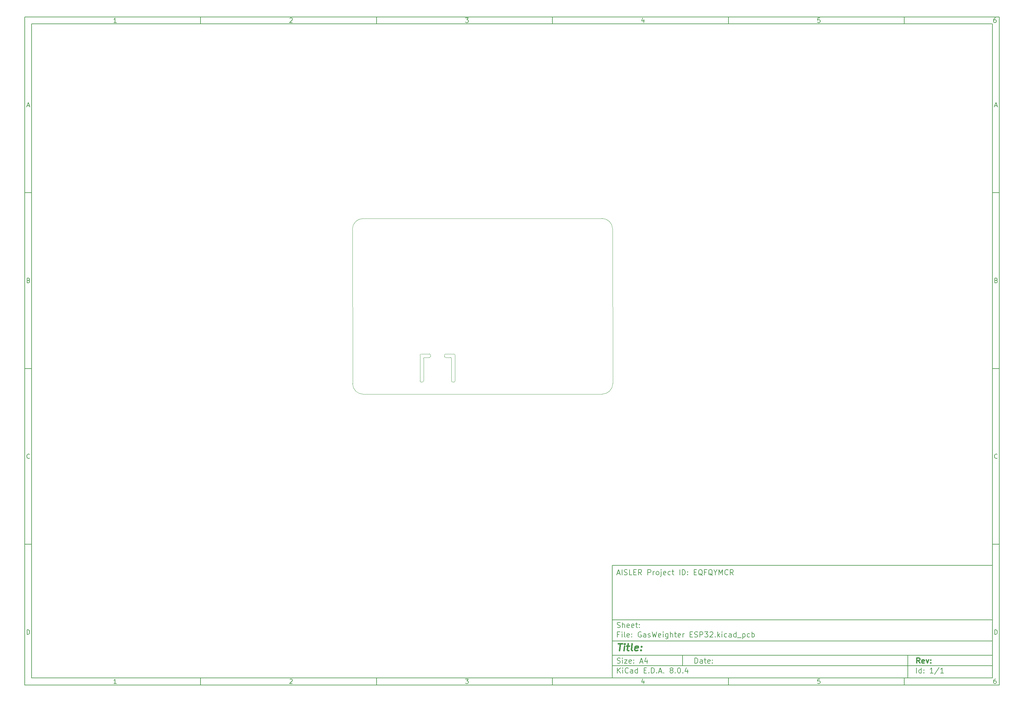
<source format=gbr>
%TF.GenerationSoftware,KiCad,Pcbnew,8.0.4*%
%TF.CreationDate,2024-08-29T22:36:47+02:00*%
%TF.ProjectId,GasWeighter ESP32,47617357-6569-4676-9874-657220455350,rev?*%
%TF.SameCoordinates,Original*%
%TF.FileFunction,Profile,NP*%
%FSLAX46Y46*%
G04 Gerber Fmt 4.6, Leading zero omitted, Abs format (unit mm)*
G04 Created by KiCad (PCBNEW 8.0.4) date 2024-08-29 22:36:47*
%MOMM*%
%LPD*%
G01*
G04 APERTURE LIST*
%ADD10C,0.100000*%
%ADD11C,0.150000*%
%ADD12C,0.300000*%
%ADD13C,0.400000*%
%TA.AperFunction,Profile*%
%ADD14C,0.100000*%
%TD*%
G04 APERTURE END LIST*
D10*
D11*
X177002200Y-166007200D02*
X285002200Y-166007200D01*
X285002200Y-198007200D01*
X177002200Y-198007200D01*
X177002200Y-166007200D01*
D10*
D11*
X10000000Y-10000000D02*
X287002200Y-10000000D01*
X287002200Y-200007200D01*
X10000000Y-200007200D01*
X10000000Y-10000000D01*
D10*
D11*
X12000000Y-12000000D02*
X285002200Y-12000000D01*
X285002200Y-198007200D01*
X12000000Y-198007200D01*
X12000000Y-12000000D01*
D10*
D11*
X60000000Y-12000000D02*
X60000000Y-10000000D01*
D10*
D11*
X110000000Y-12000000D02*
X110000000Y-10000000D01*
D10*
D11*
X160000000Y-12000000D02*
X160000000Y-10000000D01*
D10*
D11*
X210000000Y-12000000D02*
X210000000Y-10000000D01*
D10*
D11*
X260000000Y-12000000D02*
X260000000Y-10000000D01*
D10*
D11*
X36089160Y-11593604D02*
X35346303Y-11593604D01*
X35717731Y-11593604D02*
X35717731Y-10293604D01*
X35717731Y-10293604D02*
X35593922Y-10479319D01*
X35593922Y-10479319D02*
X35470112Y-10603128D01*
X35470112Y-10603128D02*
X35346303Y-10665033D01*
D10*
D11*
X85346303Y-10417414D02*
X85408207Y-10355509D01*
X85408207Y-10355509D02*
X85532017Y-10293604D01*
X85532017Y-10293604D02*
X85841541Y-10293604D01*
X85841541Y-10293604D02*
X85965350Y-10355509D01*
X85965350Y-10355509D02*
X86027255Y-10417414D01*
X86027255Y-10417414D02*
X86089160Y-10541223D01*
X86089160Y-10541223D02*
X86089160Y-10665033D01*
X86089160Y-10665033D02*
X86027255Y-10850747D01*
X86027255Y-10850747D02*
X85284398Y-11593604D01*
X85284398Y-11593604D02*
X86089160Y-11593604D01*
D10*
D11*
X135284398Y-10293604D02*
X136089160Y-10293604D01*
X136089160Y-10293604D02*
X135655826Y-10788842D01*
X135655826Y-10788842D02*
X135841541Y-10788842D01*
X135841541Y-10788842D02*
X135965350Y-10850747D01*
X135965350Y-10850747D02*
X136027255Y-10912652D01*
X136027255Y-10912652D02*
X136089160Y-11036461D01*
X136089160Y-11036461D02*
X136089160Y-11345985D01*
X136089160Y-11345985D02*
X136027255Y-11469795D01*
X136027255Y-11469795D02*
X135965350Y-11531700D01*
X135965350Y-11531700D02*
X135841541Y-11593604D01*
X135841541Y-11593604D02*
X135470112Y-11593604D01*
X135470112Y-11593604D02*
X135346303Y-11531700D01*
X135346303Y-11531700D02*
X135284398Y-11469795D01*
D10*
D11*
X185965350Y-10726938D02*
X185965350Y-11593604D01*
X185655826Y-10231700D02*
X185346303Y-11160271D01*
X185346303Y-11160271D02*
X186151064Y-11160271D01*
D10*
D11*
X236027255Y-10293604D02*
X235408207Y-10293604D01*
X235408207Y-10293604D02*
X235346303Y-10912652D01*
X235346303Y-10912652D02*
X235408207Y-10850747D01*
X235408207Y-10850747D02*
X235532017Y-10788842D01*
X235532017Y-10788842D02*
X235841541Y-10788842D01*
X235841541Y-10788842D02*
X235965350Y-10850747D01*
X235965350Y-10850747D02*
X236027255Y-10912652D01*
X236027255Y-10912652D02*
X236089160Y-11036461D01*
X236089160Y-11036461D02*
X236089160Y-11345985D01*
X236089160Y-11345985D02*
X236027255Y-11469795D01*
X236027255Y-11469795D02*
X235965350Y-11531700D01*
X235965350Y-11531700D02*
X235841541Y-11593604D01*
X235841541Y-11593604D02*
X235532017Y-11593604D01*
X235532017Y-11593604D02*
X235408207Y-11531700D01*
X235408207Y-11531700D02*
X235346303Y-11469795D01*
D10*
D11*
X285965350Y-10293604D02*
X285717731Y-10293604D01*
X285717731Y-10293604D02*
X285593922Y-10355509D01*
X285593922Y-10355509D02*
X285532017Y-10417414D01*
X285532017Y-10417414D02*
X285408207Y-10603128D01*
X285408207Y-10603128D02*
X285346303Y-10850747D01*
X285346303Y-10850747D02*
X285346303Y-11345985D01*
X285346303Y-11345985D02*
X285408207Y-11469795D01*
X285408207Y-11469795D02*
X285470112Y-11531700D01*
X285470112Y-11531700D02*
X285593922Y-11593604D01*
X285593922Y-11593604D02*
X285841541Y-11593604D01*
X285841541Y-11593604D02*
X285965350Y-11531700D01*
X285965350Y-11531700D02*
X286027255Y-11469795D01*
X286027255Y-11469795D02*
X286089160Y-11345985D01*
X286089160Y-11345985D02*
X286089160Y-11036461D01*
X286089160Y-11036461D02*
X286027255Y-10912652D01*
X286027255Y-10912652D02*
X285965350Y-10850747D01*
X285965350Y-10850747D02*
X285841541Y-10788842D01*
X285841541Y-10788842D02*
X285593922Y-10788842D01*
X285593922Y-10788842D02*
X285470112Y-10850747D01*
X285470112Y-10850747D02*
X285408207Y-10912652D01*
X285408207Y-10912652D02*
X285346303Y-11036461D01*
D10*
D11*
X60000000Y-198007200D02*
X60000000Y-200007200D01*
D10*
D11*
X110000000Y-198007200D02*
X110000000Y-200007200D01*
D10*
D11*
X160000000Y-198007200D02*
X160000000Y-200007200D01*
D10*
D11*
X210000000Y-198007200D02*
X210000000Y-200007200D01*
D10*
D11*
X260000000Y-198007200D02*
X260000000Y-200007200D01*
D10*
D11*
X36089160Y-199600804D02*
X35346303Y-199600804D01*
X35717731Y-199600804D02*
X35717731Y-198300804D01*
X35717731Y-198300804D02*
X35593922Y-198486519D01*
X35593922Y-198486519D02*
X35470112Y-198610328D01*
X35470112Y-198610328D02*
X35346303Y-198672233D01*
D10*
D11*
X85346303Y-198424614D02*
X85408207Y-198362709D01*
X85408207Y-198362709D02*
X85532017Y-198300804D01*
X85532017Y-198300804D02*
X85841541Y-198300804D01*
X85841541Y-198300804D02*
X85965350Y-198362709D01*
X85965350Y-198362709D02*
X86027255Y-198424614D01*
X86027255Y-198424614D02*
X86089160Y-198548423D01*
X86089160Y-198548423D02*
X86089160Y-198672233D01*
X86089160Y-198672233D02*
X86027255Y-198857947D01*
X86027255Y-198857947D02*
X85284398Y-199600804D01*
X85284398Y-199600804D02*
X86089160Y-199600804D01*
D10*
D11*
X135284398Y-198300804D02*
X136089160Y-198300804D01*
X136089160Y-198300804D02*
X135655826Y-198796042D01*
X135655826Y-198796042D02*
X135841541Y-198796042D01*
X135841541Y-198796042D02*
X135965350Y-198857947D01*
X135965350Y-198857947D02*
X136027255Y-198919852D01*
X136027255Y-198919852D02*
X136089160Y-199043661D01*
X136089160Y-199043661D02*
X136089160Y-199353185D01*
X136089160Y-199353185D02*
X136027255Y-199476995D01*
X136027255Y-199476995D02*
X135965350Y-199538900D01*
X135965350Y-199538900D02*
X135841541Y-199600804D01*
X135841541Y-199600804D02*
X135470112Y-199600804D01*
X135470112Y-199600804D02*
X135346303Y-199538900D01*
X135346303Y-199538900D02*
X135284398Y-199476995D01*
D10*
D11*
X185965350Y-198734138D02*
X185965350Y-199600804D01*
X185655826Y-198238900D02*
X185346303Y-199167471D01*
X185346303Y-199167471D02*
X186151064Y-199167471D01*
D10*
D11*
X236027255Y-198300804D02*
X235408207Y-198300804D01*
X235408207Y-198300804D02*
X235346303Y-198919852D01*
X235346303Y-198919852D02*
X235408207Y-198857947D01*
X235408207Y-198857947D02*
X235532017Y-198796042D01*
X235532017Y-198796042D02*
X235841541Y-198796042D01*
X235841541Y-198796042D02*
X235965350Y-198857947D01*
X235965350Y-198857947D02*
X236027255Y-198919852D01*
X236027255Y-198919852D02*
X236089160Y-199043661D01*
X236089160Y-199043661D02*
X236089160Y-199353185D01*
X236089160Y-199353185D02*
X236027255Y-199476995D01*
X236027255Y-199476995D02*
X235965350Y-199538900D01*
X235965350Y-199538900D02*
X235841541Y-199600804D01*
X235841541Y-199600804D02*
X235532017Y-199600804D01*
X235532017Y-199600804D02*
X235408207Y-199538900D01*
X235408207Y-199538900D02*
X235346303Y-199476995D01*
D10*
D11*
X285965350Y-198300804D02*
X285717731Y-198300804D01*
X285717731Y-198300804D02*
X285593922Y-198362709D01*
X285593922Y-198362709D02*
X285532017Y-198424614D01*
X285532017Y-198424614D02*
X285408207Y-198610328D01*
X285408207Y-198610328D02*
X285346303Y-198857947D01*
X285346303Y-198857947D02*
X285346303Y-199353185D01*
X285346303Y-199353185D02*
X285408207Y-199476995D01*
X285408207Y-199476995D02*
X285470112Y-199538900D01*
X285470112Y-199538900D02*
X285593922Y-199600804D01*
X285593922Y-199600804D02*
X285841541Y-199600804D01*
X285841541Y-199600804D02*
X285965350Y-199538900D01*
X285965350Y-199538900D02*
X286027255Y-199476995D01*
X286027255Y-199476995D02*
X286089160Y-199353185D01*
X286089160Y-199353185D02*
X286089160Y-199043661D01*
X286089160Y-199043661D02*
X286027255Y-198919852D01*
X286027255Y-198919852D02*
X285965350Y-198857947D01*
X285965350Y-198857947D02*
X285841541Y-198796042D01*
X285841541Y-198796042D02*
X285593922Y-198796042D01*
X285593922Y-198796042D02*
X285470112Y-198857947D01*
X285470112Y-198857947D02*
X285408207Y-198919852D01*
X285408207Y-198919852D02*
X285346303Y-199043661D01*
D10*
D11*
X10000000Y-60000000D02*
X12000000Y-60000000D01*
D10*
D11*
X10000000Y-110000000D02*
X12000000Y-110000000D01*
D10*
D11*
X10000000Y-160000000D02*
X12000000Y-160000000D01*
D10*
D11*
X10690476Y-35222176D02*
X11309523Y-35222176D01*
X10566666Y-35593604D02*
X10999999Y-34293604D01*
X10999999Y-34293604D02*
X11433333Y-35593604D01*
D10*
D11*
X11092857Y-84912652D02*
X11278571Y-84974557D01*
X11278571Y-84974557D02*
X11340476Y-85036461D01*
X11340476Y-85036461D02*
X11402380Y-85160271D01*
X11402380Y-85160271D02*
X11402380Y-85345985D01*
X11402380Y-85345985D02*
X11340476Y-85469795D01*
X11340476Y-85469795D02*
X11278571Y-85531700D01*
X11278571Y-85531700D02*
X11154761Y-85593604D01*
X11154761Y-85593604D02*
X10659523Y-85593604D01*
X10659523Y-85593604D02*
X10659523Y-84293604D01*
X10659523Y-84293604D02*
X11092857Y-84293604D01*
X11092857Y-84293604D02*
X11216666Y-84355509D01*
X11216666Y-84355509D02*
X11278571Y-84417414D01*
X11278571Y-84417414D02*
X11340476Y-84541223D01*
X11340476Y-84541223D02*
X11340476Y-84665033D01*
X11340476Y-84665033D02*
X11278571Y-84788842D01*
X11278571Y-84788842D02*
X11216666Y-84850747D01*
X11216666Y-84850747D02*
X11092857Y-84912652D01*
X11092857Y-84912652D02*
X10659523Y-84912652D01*
D10*
D11*
X11402380Y-135469795D02*
X11340476Y-135531700D01*
X11340476Y-135531700D02*
X11154761Y-135593604D01*
X11154761Y-135593604D02*
X11030952Y-135593604D01*
X11030952Y-135593604D02*
X10845238Y-135531700D01*
X10845238Y-135531700D02*
X10721428Y-135407890D01*
X10721428Y-135407890D02*
X10659523Y-135284080D01*
X10659523Y-135284080D02*
X10597619Y-135036461D01*
X10597619Y-135036461D02*
X10597619Y-134850747D01*
X10597619Y-134850747D02*
X10659523Y-134603128D01*
X10659523Y-134603128D02*
X10721428Y-134479319D01*
X10721428Y-134479319D02*
X10845238Y-134355509D01*
X10845238Y-134355509D02*
X11030952Y-134293604D01*
X11030952Y-134293604D02*
X11154761Y-134293604D01*
X11154761Y-134293604D02*
X11340476Y-134355509D01*
X11340476Y-134355509D02*
X11402380Y-134417414D01*
D10*
D11*
X10659523Y-185593604D02*
X10659523Y-184293604D01*
X10659523Y-184293604D02*
X10969047Y-184293604D01*
X10969047Y-184293604D02*
X11154761Y-184355509D01*
X11154761Y-184355509D02*
X11278571Y-184479319D01*
X11278571Y-184479319D02*
X11340476Y-184603128D01*
X11340476Y-184603128D02*
X11402380Y-184850747D01*
X11402380Y-184850747D02*
X11402380Y-185036461D01*
X11402380Y-185036461D02*
X11340476Y-185284080D01*
X11340476Y-185284080D02*
X11278571Y-185407890D01*
X11278571Y-185407890D02*
X11154761Y-185531700D01*
X11154761Y-185531700D02*
X10969047Y-185593604D01*
X10969047Y-185593604D02*
X10659523Y-185593604D01*
D10*
D11*
X287002200Y-60000000D02*
X285002200Y-60000000D01*
D10*
D11*
X287002200Y-110000000D02*
X285002200Y-110000000D01*
D10*
D11*
X287002200Y-160000000D02*
X285002200Y-160000000D01*
D10*
D11*
X285692676Y-35222176D02*
X286311723Y-35222176D01*
X285568866Y-35593604D02*
X286002199Y-34293604D01*
X286002199Y-34293604D02*
X286435533Y-35593604D01*
D10*
D11*
X286095057Y-84912652D02*
X286280771Y-84974557D01*
X286280771Y-84974557D02*
X286342676Y-85036461D01*
X286342676Y-85036461D02*
X286404580Y-85160271D01*
X286404580Y-85160271D02*
X286404580Y-85345985D01*
X286404580Y-85345985D02*
X286342676Y-85469795D01*
X286342676Y-85469795D02*
X286280771Y-85531700D01*
X286280771Y-85531700D02*
X286156961Y-85593604D01*
X286156961Y-85593604D02*
X285661723Y-85593604D01*
X285661723Y-85593604D02*
X285661723Y-84293604D01*
X285661723Y-84293604D02*
X286095057Y-84293604D01*
X286095057Y-84293604D02*
X286218866Y-84355509D01*
X286218866Y-84355509D02*
X286280771Y-84417414D01*
X286280771Y-84417414D02*
X286342676Y-84541223D01*
X286342676Y-84541223D02*
X286342676Y-84665033D01*
X286342676Y-84665033D02*
X286280771Y-84788842D01*
X286280771Y-84788842D02*
X286218866Y-84850747D01*
X286218866Y-84850747D02*
X286095057Y-84912652D01*
X286095057Y-84912652D02*
X285661723Y-84912652D01*
D10*
D11*
X286404580Y-135469795D02*
X286342676Y-135531700D01*
X286342676Y-135531700D02*
X286156961Y-135593604D01*
X286156961Y-135593604D02*
X286033152Y-135593604D01*
X286033152Y-135593604D02*
X285847438Y-135531700D01*
X285847438Y-135531700D02*
X285723628Y-135407890D01*
X285723628Y-135407890D02*
X285661723Y-135284080D01*
X285661723Y-135284080D02*
X285599819Y-135036461D01*
X285599819Y-135036461D02*
X285599819Y-134850747D01*
X285599819Y-134850747D02*
X285661723Y-134603128D01*
X285661723Y-134603128D02*
X285723628Y-134479319D01*
X285723628Y-134479319D02*
X285847438Y-134355509D01*
X285847438Y-134355509D02*
X286033152Y-134293604D01*
X286033152Y-134293604D02*
X286156961Y-134293604D01*
X286156961Y-134293604D02*
X286342676Y-134355509D01*
X286342676Y-134355509D02*
X286404580Y-134417414D01*
D10*
D11*
X285661723Y-185593604D02*
X285661723Y-184293604D01*
X285661723Y-184293604D02*
X285971247Y-184293604D01*
X285971247Y-184293604D02*
X286156961Y-184355509D01*
X286156961Y-184355509D02*
X286280771Y-184479319D01*
X286280771Y-184479319D02*
X286342676Y-184603128D01*
X286342676Y-184603128D02*
X286404580Y-184850747D01*
X286404580Y-184850747D02*
X286404580Y-185036461D01*
X286404580Y-185036461D02*
X286342676Y-185284080D01*
X286342676Y-185284080D02*
X286280771Y-185407890D01*
X286280771Y-185407890D02*
X286156961Y-185531700D01*
X286156961Y-185531700D02*
X285971247Y-185593604D01*
X285971247Y-185593604D02*
X285661723Y-185593604D01*
D10*
D11*
X200458026Y-193793328D02*
X200458026Y-192293328D01*
X200458026Y-192293328D02*
X200815169Y-192293328D01*
X200815169Y-192293328D02*
X201029455Y-192364757D01*
X201029455Y-192364757D02*
X201172312Y-192507614D01*
X201172312Y-192507614D02*
X201243741Y-192650471D01*
X201243741Y-192650471D02*
X201315169Y-192936185D01*
X201315169Y-192936185D02*
X201315169Y-193150471D01*
X201315169Y-193150471D02*
X201243741Y-193436185D01*
X201243741Y-193436185D02*
X201172312Y-193579042D01*
X201172312Y-193579042D02*
X201029455Y-193721900D01*
X201029455Y-193721900D02*
X200815169Y-193793328D01*
X200815169Y-193793328D02*
X200458026Y-193793328D01*
X202600884Y-193793328D02*
X202600884Y-193007614D01*
X202600884Y-193007614D02*
X202529455Y-192864757D01*
X202529455Y-192864757D02*
X202386598Y-192793328D01*
X202386598Y-192793328D02*
X202100884Y-192793328D01*
X202100884Y-192793328D02*
X201958026Y-192864757D01*
X202600884Y-193721900D02*
X202458026Y-193793328D01*
X202458026Y-193793328D02*
X202100884Y-193793328D01*
X202100884Y-193793328D02*
X201958026Y-193721900D01*
X201958026Y-193721900D02*
X201886598Y-193579042D01*
X201886598Y-193579042D02*
X201886598Y-193436185D01*
X201886598Y-193436185D02*
X201958026Y-193293328D01*
X201958026Y-193293328D02*
X202100884Y-193221900D01*
X202100884Y-193221900D02*
X202458026Y-193221900D01*
X202458026Y-193221900D02*
X202600884Y-193150471D01*
X203100884Y-192793328D02*
X203672312Y-192793328D01*
X203315169Y-192293328D02*
X203315169Y-193579042D01*
X203315169Y-193579042D02*
X203386598Y-193721900D01*
X203386598Y-193721900D02*
X203529455Y-193793328D01*
X203529455Y-193793328D02*
X203672312Y-193793328D01*
X204743741Y-193721900D02*
X204600884Y-193793328D01*
X204600884Y-193793328D02*
X204315170Y-193793328D01*
X204315170Y-193793328D02*
X204172312Y-193721900D01*
X204172312Y-193721900D02*
X204100884Y-193579042D01*
X204100884Y-193579042D02*
X204100884Y-193007614D01*
X204100884Y-193007614D02*
X204172312Y-192864757D01*
X204172312Y-192864757D02*
X204315170Y-192793328D01*
X204315170Y-192793328D02*
X204600884Y-192793328D01*
X204600884Y-192793328D02*
X204743741Y-192864757D01*
X204743741Y-192864757D02*
X204815170Y-193007614D01*
X204815170Y-193007614D02*
X204815170Y-193150471D01*
X204815170Y-193150471D02*
X204100884Y-193293328D01*
X205458026Y-193650471D02*
X205529455Y-193721900D01*
X205529455Y-193721900D02*
X205458026Y-193793328D01*
X205458026Y-193793328D02*
X205386598Y-193721900D01*
X205386598Y-193721900D02*
X205458026Y-193650471D01*
X205458026Y-193650471D02*
X205458026Y-193793328D01*
X205458026Y-192864757D02*
X205529455Y-192936185D01*
X205529455Y-192936185D02*
X205458026Y-193007614D01*
X205458026Y-193007614D02*
X205386598Y-192936185D01*
X205386598Y-192936185D02*
X205458026Y-192864757D01*
X205458026Y-192864757D02*
X205458026Y-193007614D01*
D10*
D11*
X177002200Y-194507200D02*
X285002200Y-194507200D01*
D10*
D11*
X178458026Y-196593328D02*
X178458026Y-195093328D01*
X179315169Y-196593328D02*
X178672312Y-195736185D01*
X179315169Y-195093328D02*
X178458026Y-195950471D01*
X179958026Y-196593328D02*
X179958026Y-195593328D01*
X179958026Y-195093328D02*
X179886598Y-195164757D01*
X179886598Y-195164757D02*
X179958026Y-195236185D01*
X179958026Y-195236185D02*
X180029455Y-195164757D01*
X180029455Y-195164757D02*
X179958026Y-195093328D01*
X179958026Y-195093328D02*
X179958026Y-195236185D01*
X181529455Y-196450471D02*
X181458027Y-196521900D01*
X181458027Y-196521900D02*
X181243741Y-196593328D01*
X181243741Y-196593328D02*
X181100884Y-196593328D01*
X181100884Y-196593328D02*
X180886598Y-196521900D01*
X180886598Y-196521900D02*
X180743741Y-196379042D01*
X180743741Y-196379042D02*
X180672312Y-196236185D01*
X180672312Y-196236185D02*
X180600884Y-195950471D01*
X180600884Y-195950471D02*
X180600884Y-195736185D01*
X180600884Y-195736185D02*
X180672312Y-195450471D01*
X180672312Y-195450471D02*
X180743741Y-195307614D01*
X180743741Y-195307614D02*
X180886598Y-195164757D01*
X180886598Y-195164757D02*
X181100884Y-195093328D01*
X181100884Y-195093328D02*
X181243741Y-195093328D01*
X181243741Y-195093328D02*
X181458027Y-195164757D01*
X181458027Y-195164757D02*
X181529455Y-195236185D01*
X182815170Y-196593328D02*
X182815170Y-195807614D01*
X182815170Y-195807614D02*
X182743741Y-195664757D01*
X182743741Y-195664757D02*
X182600884Y-195593328D01*
X182600884Y-195593328D02*
X182315170Y-195593328D01*
X182315170Y-195593328D02*
X182172312Y-195664757D01*
X182815170Y-196521900D02*
X182672312Y-196593328D01*
X182672312Y-196593328D02*
X182315170Y-196593328D01*
X182315170Y-196593328D02*
X182172312Y-196521900D01*
X182172312Y-196521900D02*
X182100884Y-196379042D01*
X182100884Y-196379042D02*
X182100884Y-196236185D01*
X182100884Y-196236185D02*
X182172312Y-196093328D01*
X182172312Y-196093328D02*
X182315170Y-196021900D01*
X182315170Y-196021900D02*
X182672312Y-196021900D01*
X182672312Y-196021900D02*
X182815170Y-195950471D01*
X184172313Y-196593328D02*
X184172313Y-195093328D01*
X184172313Y-196521900D02*
X184029455Y-196593328D01*
X184029455Y-196593328D02*
X183743741Y-196593328D01*
X183743741Y-196593328D02*
X183600884Y-196521900D01*
X183600884Y-196521900D02*
X183529455Y-196450471D01*
X183529455Y-196450471D02*
X183458027Y-196307614D01*
X183458027Y-196307614D02*
X183458027Y-195879042D01*
X183458027Y-195879042D02*
X183529455Y-195736185D01*
X183529455Y-195736185D02*
X183600884Y-195664757D01*
X183600884Y-195664757D02*
X183743741Y-195593328D01*
X183743741Y-195593328D02*
X184029455Y-195593328D01*
X184029455Y-195593328D02*
X184172313Y-195664757D01*
X186029455Y-195807614D02*
X186529455Y-195807614D01*
X186743741Y-196593328D02*
X186029455Y-196593328D01*
X186029455Y-196593328D02*
X186029455Y-195093328D01*
X186029455Y-195093328D02*
X186743741Y-195093328D01*
X187386598Y-196450471D02*
X187458027Y-196521900D01*
X187458027Y-196521900D02*
X187386598Y-196593328D01*
X187386598Y-196593328D02*
X187315170Y-196521900D01*
X187315170Y-196521900D02*
X187386598Y-196450471D01*
X187386598Y-196450471D02*
X187386598Y-196593328D01*
X188100884Y-196593328D02*
X188100884Y-195093328D01*
X188100884Y-195093328D02*
X188458027Y-195093328D01*
X188458027Y-195093328D02*
X188672313Y-195164757D01*
X188672313Y-195164757D02*
X188815170Y-195307614D01*
X188815170Y-195307614D02*
X188886599Y-195450471D01*
X188886599Y-195450471D02*
X188958027Y-195736185D01*
X188958027Y-195736185D02*
X188958027Y-195950471D01*
X188958027Y-195950471D02*
X188886599Y-196236185D01*
X188886599Y-196236185D02*
X188815170Y-196379042D01*
X188815170Y-196379042D02*
X188672313Y-196521900D01*
X188672313Y-196521900D02*
X188458027Y-196593328D01*
X188458027Y-196593328D02*
X188100884Y-196593328D01*
X189600884Y-196450471D02*
X189672313Y-196521900D01*
X189672313Y-196521900D02*
X189600884Y-196593328D01*
X189600884Y-196593328D02*
X189529456Y-196521900D01*
X189529456Y-196521900D02*
X189600884Y-196450471D01*
X189600884Y-196450471D02*
X189600884Y-196593328D01*
X190243742Y-196164757D02*
X190958028Y-196164757D01*
X190100885Y-196593328D02*
X190600885Y-195093328D01*
X190600885Y-195093328D02*
X191100885Y-196593328D01*
X191600884Y-196450471D02*
X191672313Y-196521900D01*
X191672313Y-196521900D02*
X191600884Y-196593328D01*
X191600884Y-196593328D02*
X191529456Y-196521900D01*
X191529456Y-196521900D02*
X191600884Y-196450471D01*
X191600884Y-196450471D02*
X191600884Y-196593328D01*
X193672313Y-195736185D02*
X193529456Y-195664757D01*
X193529456Y-195664757D02*
X193458027Y-195593328D01*
X193458027Y-195593328D02*
X193386599Y-195450471D01*
X193386599Y-195450471D02*
X193386599Y-195379042D01*
X193386599Y-195379042D02*
X193458027Y-195236185D01*
X193458027Y-195236185D02*
X193529456Y-195164757D01*
X193529456Y-195164757D02*
X193672313Y-195093328D01*
X193672313Y-195093328D02*
X193958027Y-195093328D01*
X193958027Y-195093328D02*
X194100885Y-195164757D01*
X194100885Y-195164757D02*
X194172313Y-195236185D01*
X194172313Y-195236185D02*
X194243742Y-195379042D01*
X194243742Y-195379042D02*
X194243742Y-195450471D01*
X194243742Y-195450471D02*
X194172313Y-195593328D01*
X194172313Y-195593328D02*
X194100885Y-195664757D01*
X194100885Y-195664757D02*
X193958027Y-195736185D01*
X193958027Y-195736185D02*
X193672313Y-195736185D01*
X193672313Y-195736185D02*
X193529456Y-195807614D01*
X193529456Y-195807614D02*
X193458027Y-195879042D01*
X193458027Y-195879042D02*
X193386599Y-196021900D01*
X193386599Y-196021900D02*
X193386599Y-196307614D01*
X193386599Y-196307614D02*
X193458027Y-196450471D01*
X193458027Y-196450471D02*
X193529456Y-196521900D01*
X193529456Y-196521900D02*
X193672313Y-196593328D01*
X193672313Y-196593328D02*
X193958027Y-196593328D01*
X193958027Y-196593328D02*
X194100885Y-196521900D01*
X194100885Y-196521900D02*
X194172313Y-196450471D01*
X194172313Y-196450471D02*
X194243742Y-196307614D01*
X194243742Y-196307614D02*
X194243742Y-196021900D01*
X194243742Y-196021900D02*
X194172313Y-195879042D01*
X194172313Y-195879042D02*
X194100885Y-195807614D01*
X194100885Y-195807614D02*
X193958027Y-195736185D01*
X194886598Y-196450471D02*
X194958027Y-196521900D01*
X194958027Y-196521900D02*
X194886598Y-196593328D01*
X194886598Y-196593328D02*
X194815170Y-196521900D01*
X194815170Y-196521900D02*
X194886598Y-196450471D01*
X194886598Y-196450471D02*
X194886598Y-196593328D01*
X195886599Y-195093328D02*
X196029456Y-195093328D01*
X196029456Y-195093328D02*
X196172313Y-195164757D01*
X196172313Y-195164757D02*
X196243742Y-195236185D01*
X196243742Y-195236185D02*
X196315170Y-195379042D01*
X196315170Y-195379042D02*
X196386599Y-195664757D01*
X196386599Y-195664757D02*
X196386599Y-196021900D01*
X196386599Y-196021900D02*
X196315170Y-196307614D01*
X196315170Y-196307614D02*
X196243742Y-196450471D01*
X196243742Y-196450471D02*
X196172313Y-196521900D01*
X196172313Y-196521900D02*
X196029456Y-196593328D01*
X196029456Y-196593328D02*
X195886599Y-196593328D01*
X195886599Y-196593328D02*
X195743742Y-196521900D01*
X195743742Y-196521900D02*
X195672313Y-196450471D01*
X195672313Y-196450471D02*
X195600884Y-196307614D01*
X195600884Y-196307614D02*
X195529456Y-196021900D01*
X195529456Y-196021900D02*
X195529456Y-195664757D01*
X195529456Y-195664757D02*
X195600884Y-195379042D01*
X195600884Y-195379042D02*
X195672313Y-195236185D01*
X195672313Y-195236185D02*
X195743742Y-195164757D01*
X195743742Y-195164757D02*
X195886599Y-195093328D01*
X197029455Y-196450471D02*
X197100884Y-196521900D01*
X197100884Y-196521900D02*
X197029455Y-196593328D01*
X197029455Y-196593328D02*
X196958027Y-196521900D01*
X196958027Y-196521900D02*
X197029455Y-196450471D01*
X197029455Y-196450471D02*
X197029455Y-196593328D01*
X198386599Y-195593328D02*
X198386599Y-196593328D01*
X198029456Y-195021900D02*
X197672313Y-196093328D01*
X197672313Y-196093328D02*
X198600884Y-196093328D01*
D10*
D11*
X177002200Y-191507200D02*
X285002200Y-191507200D01*
D10*
D12*
X264413853Y-193785528D02*
X263913853Y-193071242D01*
X263556710Y-193785528D02*
X263556710Y-192285528D01*
X263556710Y-192285528D02*
X264128139Y-192285528D01*
X264128139Y-192285528D02*
X264270996Y-192356957D01*
X264270996Y-192356957D02*
X264342425Y-192428385D01*
X264342425Y-192428385D02*
X264413853Y-192571242D01*
X264413853Y-192571242D02*
X264413853Y-192785528D01*
X264413853Y-192785528D02*
X264342425Y-192928385D01*
X264342425Y-192928385D02*
X264270996Y-192999814D01*
X264270996Y-192999814D02*
X264128139Y-193071242D01*
X264128139Y-193071242D02*
X263556710Y-193071242D01*
X265628139Y-193714100D02*
X265485282Y-193785528D01*
X265485282Y-193785528D02*
X265199568Y-193785528D01*
X265199568Y-193785528D02*
X265056710Y-193714100D01*
X265056710Y-193714100D02*
X264985282Y-193571242D01*
X264985282Y-193571242D02*
X264985282Y-192999814D01*
X264985282Y-192999814D02*
X265056710Y-192856957D01*
X265056710Y-192856957D02*
X265199568Y-192785528D01*
X265199568Y-192785528D02*
X265485282Y-192785528D01*
X265485282Y-192785528D02*
X265628139Y-192856957D01*
X265628139Y-192856957D02*
X265699568Y-192999814D01*
X265699568Y-192999814D02*
X265699568Y-193142671D01*
X265699568Y-193142671D02*
X264985282Y-193285528D01*
X266199567Y-192785528D02*
X266556710Y-193785528D01*
X266556710Y-193785528D02*
X266913853Y-192785528D01*
X267485281Y-193642671D02*
X267556710Y-193714100D01*
X267556710Y-193714100D02*
X267485281Y-193785528D01*
X267485281Y-193785528D02*
X267413853Y-193714100D01*
X267413853Y-193714100D02*
X267485281Y-193642671D01*
X267485281Y-193642671D02*
X267485281Y-193785528D01*
X267485281Y-192856957D02*
X267556710Y-192928385D01*
X267556710Y-192928385D02*
X267485281Y-192999814D01*
X267485281Y-192999814D02*
X267413853Y-192928385D01*
X267413853Y-192928385D02*
X267485281Y-192856957D01*
X267485281Y-192856957D02*
X267485281Y-192999814D01*
D10*
D11*
X178386598Y-193721900D02*
X178600884Y-193793328D01*
X178600884Y-193793328D02*
X178958026Y-193793328D01*
X178958026Y-193793328D02*
X179100884Y-193721900D01*
X179100884Y-193721900D02*
X179172312Y-193650471D01*
X179172312Y-193650471D02*
X179243741Y-193507614D01*
X179243741Y-193507614D02*
X179243741Y-193364757D01*
X179243741Y-193364757D02*
X179172312Y-193221900D01*
X179172312Y-193221900D02*
X179100884Y-193150471D01*
X179100884Y-193150471D02*
X178958026Y-193079042D01*
X178958026Y-193079042D02*
X178672312Y-193007614D01*
X178672312Y-193007614D02*
X178529455Y-192936185D01*
X178529455Y-192936185D02*
X178458026Y-192864757D01*
X178458026Y-192864757D02*
X178386598Y-192721900D01*
X178386598Y-192721900D02*
X178386598Y-192579042D01*
X178386598Y-192579042D02*
X178458026Y-192436185D01*
X178458026Y-192436185D02*
X178529455Y-192364757D01*
X178529455Y-192364757D02*
X178672312Y-192293328D01*
X178672312Y-192293328D02*
X179029455Y-192293328D01*
X179029455Y-192293328D02*
X179243741Y-192364757D01*
X179886597Y-193793328D02*
X179886597Y-192793328D01*
X179886597Y-192293328D02*
X179815169Y-192364757D01*
X179815169Y-192364757D02*
X179886597Y-192436185D01*
X179886597Y-192436185D02*
X179958026Y-192364757D01*
X179958026Y-192364757D02*
X179886597Y-192293328D01*
X179886597Y-192293328D02*
X179886597Y-192436185D01*
X180458026Y-192793328D02*
X181243741Y-192793328D01*
X181243741Y-192793328D02*
X180458026Y-193793328D01*
X180458026Y-193793328D02*
X181243741Y-193793328D01*
X182386598Y-193721900D02*
X182243741Y-193793328D01*
X182243741Y-193793328D02*
X181958027Y-193793328D01*
X181958027Y-193793328D02*
X181815169Y-193721900D01*
X181815169Y-193721900D02*
X181743741Y-193579042D01*
X181743741Y-193579042D02*
X181743741Y-193007614D01*
X181743741Y-193007614D02*
X181815169Y-192864757D01*
X181815169Y-192864757D02*
X181958027Y-192793328D01*
X181958027Y-192793328D02*
X182243741Y-192793328D01*
X182243741Y-192793328D02*
X182386598Y-192864757D01*
X182386598Y-192864757D02*
X182458027Y-193007614D01*
X182458027Y-193007614D02*
X182458027Y-193150471D01*
X182458027Y-193150471D02*
X181743741Y-193293328D01*
X183100883Y-193650471D02*
X183172312Y-193721900D01*
X183172312Y-193721900D02*
X183100883Y-193793328D01*
X183100883Y-193793328D02*
X183029455Y-193721900D01*
X183029455Y-193721900D02*
X183100883Y-193650471D01*
X183100883Y-193650471D02*
X183100883Y-193793328D01*
X183100883Y-192864757D02*
X183172312Y-192936185D01*
X183172312Y-192936185D02*
X183100883Y-193007614D01*
X183100883Y-193007614D02*
X183029455Y-192936185D01*
X183029455Y-192936185D02*
X183100883Y-192864757D01*
X183100883Y-192864757D02*
X183100883Y-193007614D01*
X184886598Y-193364757D02*
X185600884Y-193364757D01*
X184743741Y-193793328D02*
X185243741Y-192293328D01*
X185243741Y-192293328D02*
X185743741Y-193793328D01*
X186886598Y-192793328D02*
X186886598Y-193793328D01*
X186529455Y-192221900D02*
X186172312Y-193293328D01*
X186172312Y-193293328D02*
X187100883Y-193293328D01*
D10*
D11*
X263458026Y-196593328D02*
X263458026Y-195093328D01*
X264815170Y-196593328D02*
X264815170Y-195093328D01*
X264815170Y-196521900D02*
X264672312Y-196593328D01*
X264672312Y-196593328D02*
X264386598Y-196593328D01*
X264386598Y-196593328D02*
X264243741Y-196521900D01*
X264243741Y-196521900D02*
X264172312Y-196450471D01*
X264172312Y-196450471D02*
X264100884Y-196307614D01*
X264100884Y-196307614D02*
X264100884Y-195879042D01*
X264100884Y-195879042D02*
X264172312Y-195736185D01*
X264172312Y-195736185D02*
X264243741Y-195664757D01*
X264243741Y-195664757D02*
X264386598Y-195593328D01*
X264386598Y-195593328D02*
X264672312Y-195593328D01*
X264672312Y-195593328D02*
X264815170Y-195664757D01*
X265529455Y-196450471D02*
X265600884Y-196521900D01*
X265600884Y-196521900D02*
X265529455Y-196593328D01*
X265529455Y-196593328D02*
X265458027Y-196521900D01*
X265458027Y-196521900D02*
X265529455Y-196450471D01*
X265529455Y-196450471D02*
X265529455Y-196593328D01*
X265529455Y-195664757D02*
X265600884Y-195736185D01*
X265600884Y-195736185D02*
X265529455Y-195807614D01*
X265529455Y-195807614D02*
X265458027Y-195736185D01*
X265458027Y-195736185D02*
X265529455Y-195664757D01*
X265529455Y-195664757D02*
X265529455Y-195807614D01*
X268172313Y-196593328D02*
X267315170Y-196593328D01*
X267743741Y-196593328D02*
X267743741Y-195093328D01*
X267743741Y-195093328D02*
X267600884Y-195307614D01*
X267600884Y-195307614D02*
X267458027Y-195450471D01*
X267458027Y-195450471D02*
X267315170Y-195521900D01*
X269886598Y-195021900D02*
X268600884Y-196950471D01*
X271172313Y-196593328D02*
X270315170Y-196593328D01*
X270743741Y-196593328D02*
X270743741Y-195093328D01*
X270743741Y-195093328D02*
X270600884Y-195307614D01*
X270600884Y-195307614D02*
X270458027Y-195450471D01*
X270458027Y-195450471D02*
X270315170Y-195521900D01*
D10*
D11*
X177002200Y-187507200D02*
X285002200Y-187507200D01*
D10*
D13*
X178693928Y-188211638D02*
X179836785Y-188211638D01*
X179015357Y-190211638D02*
X179265357Y-188211638D01*
X180253452Y-190211638D02*
X180420119Y-188878304D01*
X180503452Y-188211638D02*
X180396309Y-188306876D01*
X180396309Y-188306876D02*
X180479643Y-188402114D01*
X180479643Y-188402114D02*
X180586786Y-188306876D01*
X180586786Y-188306876D02*
X180503452Y-188211638D01*
X180503452Y-188211638D02*
X180479643Y-188402114D01*
X181086786Y-188878304D02*
X181848690Y-188878304D01*
X181455833Y-188211638D02*
X181241548Y-189925923D01*
X181241548Y-189925923D02*
X181312976Y-190116400D01*
X181312976Y-190116400D02*
X181491548Y-190211638D01*
X181491548Y-190211638D02*
X181682024Y-190211638D01*
X182634405Y-190211638D02*
X182455833Y-190116400D01*
X182455833Y-190116400D02*
X182384405Y-189925923D01*
X182384405Y-189925923D02*
X182598690Y-188211638D01*
X184170119Y-190116400D02*
X183967738Y-190211638D01*
X183967738Y-190211638D02*
X183586785Y-190211638D01*
X183586785Y-190211638D02*
X183408214Y-190116400D01*
X183408214Y-190116400D02*
X183336785Y-189925923D01*
X183336785Y-189925923D02*
X183432024Y-189164019D01*
X183432024Y-189164019D02*
X183551071Y-188973542D01*
X183551071Y-188973542D02*
X183753452Y-188878304D01*
X183753452Y-188878304D02*
X184134404Y-188878304D01*
X184134404Y-188878304D02*
X184312976Y-188973542D01*
X184312976Y-188973542D02*
X184384404Y-189164019D01*
X184384404Y-189164019D02*
X184360595Y-189354495D01*
X184360595Y-189354495D02*
X183384404Y-189544971D01*
X185134405Y-190021161D02*
X185217738Y-190116400D01*
X185217738Y-190116400D02*
X185110595Y-190211638D01*
X185110595Y-190211638D02*
X185027262Y-190116400D01*
X185027262Y-190116400D02*
X185134405Y-190021161D01*
X185134405Y-190021161D02*
X185110595Y-190211638D01*
X185265357Y-188973542D02*
X185348690Y-189068780D01*
X185348690Y-189068780D02*
X185241548Y-189164019D01*
X185241548Y-189164019D02*
X185158214Y-189068780D01*
X185158214Y-189068780D02*
X185265357Y-188973542D01*
X185265357Y-188973542D02*
X185241548Y-189164019D01*
D10*
D11*
X178958026Y-185607614D02*
X178458026Y-185607614D01*
X178458026Y-186393328D02*
X178458026Y-184893328D01*
X178458026Y-184893328D02*
X179172312Y-184893328D01*
X179743740Y-186393328D02*
X179743740Y-185393328D01*
X179743740Y-184893328D02*
X179672312Y-184964757D01*
X179672312Y-184964757D02*
X179743740Y-185036185D01*
X179743740Y-185036185D02*
X179815169Y-184964757D01*
X179815169Y-184964757D02*
X179743740Y-184893328D01*
X179743740Y-184893328D02*
X179743740Y-185036185D01*
X180672312Y-186393328D02*
X180529455Y-186321900D01*
X180529455Y-186321900D02*
X180458026Y-186179042D01*
X180458026Y-186179042D02*
X180458026Y-184893328D01*
X181815169Y-186321900D02*
X181672312Y-186393328D01*
X181672312Y-186393328D02*
X181386598Y-186393328D01*
X181386598Y-186393328D02*
X181243740Y-186321900D01*
X181243740Y-186321900D02*
X181172312Y-186179042D01*
X181172312Y-186179042D02*
X181172312Y-185607614D01*
X181172312Y-185607614D02*
X181243740Y-185464757D01*
X181243740Y-185464757D02*
X181386598Y-185393328D01*
X181386598Y-185393328D02*
X181672312Y-185393328D01*
X181672312Y-185393328D02*
X181815169Y-185464757D01*
X181815169Y-185464757D02*
X181886598Y-185607614D01*
X181886598Y-185607614D02*
X181886598Y-185750471D01*
X181886598Y-185750471D02*
X181172312Y-185893328D01*
X182529454Y-186250471D02*
X182600883Y-186321900D01*
X182600883Y-186321900D02*
X182529454Y-186393328D01*
X182529454Y-186393328D02*
X182458026Y-186321900D01*
X182458026Y-186321900D02*
X182529454Y-186250471D01*
X182529454Y-186250471D02*
X182529454Y-186393328D01*
X182529454Y-185464757D02*
X182600883Y-185536185D01*
X182600883Y-185536185D02*
X182529454Y-185607614D01*
X182529454Y-185607614D02*
X182458026Y-185536185D01*
X182458026Y-185536185D02*
X182529454Y-185464757D01*
X182529454Y-185464757D02*
X182529454Y-185607614D01*
X185172312Y-184964757D02*
X185029455Y-184893328D01*
X185029455Y-184893328D02*
X184815169Y-184893328D01*
X184815169Y-184893328D02*
X184600883Y-184964757D01*
X184600883Y-184964757D02*
X184458026Y-185107614D01*
X184458026Y-185107614D02*
X184386597Y-185250471D01*
X184386597Y-185250471D02*
X184315169Y-185536185D01*
X184315169Y-185536185D02*
X184315169Y-185750471D01*
X184315169Y-185750471D02*
X184386597Y-186036185D01*
X184386597Y-186036185D02*
X184458026Y-186179042D01*
X184458026Y-186179042D02*
X184600883Y-186321900D01*
X184600883Y-186321900D02*
X184815169Y-186393328D01*
X184815169Y-186393328D02*
X184958026Y-186393328D01*
X184958026Y-186393328D02*
X185172312Y-186321900D01*
X185172312Y-186321900D02*
X185243740Y-186250471D01*
X185243740Y-186250471D02*
X185243740Y-185750471D01*
X185243740Y-185750471D02*
X184958026Y-185750471D01*
X186529455Y-186393328D02*
X186529455Y-185607614D01*
X186529455Y-185607614D02*
X186458026Y-185464757D01*
X186458026Y-185464757D02*
X186315169Y-185393328D01*
X186315169Y-185393328D02*
X186029455Y-185393328D01*
X186029455Y-185393328D02*
X185886597Y-185464757D01*
X186529455Y-186321900D02*
X186386597Y-186393328D01*
X186386597Y-186393328D02*
X186029455Y-186393328D01*
X186029455Y-186393328D02*
X185886597Y-186321900D01*
X185886597Y-186321900D02*
X185815169Y-186179042D01*
X185815169Y-186179042D02*
X185815169Y-186036185D01*
X185815169Y-186036185D02*
X185886597Y-185893328D01*
X185886597Y-185893328D02*
X186029455Y-185821900D01*
X186029455Y-185821900D02*
X186386597Y-185821900D01*
X186386597Y-185821900D02*
X186529455Y-185750471D01*
X187172312Y-186321900D02*
X187315169Y-186393328D01*
X187315169Y-186393328D02*
X187600883Y-186393328D01*
X187600883Y-186393328D02*
X187743740Y-186321900D01*
X187743740Y-186321900D02*
X187815169Y-186179042D01*
X187815169Y-186179042D02*
X187815169Y-186107614D01*
X187815169Y-186107614D02*
X187743740Y-185964757D01*
X187743740Y-185964757D02*
X187600883Y-185893328D01*
X187600883Y-185893328D02*
X187386598Y-185893328D01*
X187386598Y-185893328D02*
X187243740Y-185821900D01*
X187243740Y-185821900D02*
X187172312Y-185679042D01*
X187172312Y-185679042D02*
X187172312Y-185607614D01*
X187172312Y-185607614D02*
X187243740Y-185464757D01*
X187243740Y-185464757D02*
X187386598Y-185393328D01*
X187386598Y-185393328D02*
X187600883Y-185393328D01*
X187600883Y-185393328D02*
X187743740Y-185464757D01*
X188315169Y-184893328D02*
X188672312Y-186393328D01*
X188672312Y-186393328D02*
X188958026Y-185321900D01*
X188958026Y-185321900D02*
X189243741Y-186393328D01*
X189243741Y-186393328D02*
X189600884Y-184893328D01*
X190743741Y-186321900D02*
X190600884Y-186393328D01*
X190600884Y-186393328D02*
X190315170Y-186393328D01*
X190315170Y-186393328D02*
X190172312Y-186321900D01*
X190172312Y-186321900D02*
X190100884Y-186179042D01*
X190100884Y-186179042D02*
X190100884Y-185607614D01*
X190100884Y-185607614D02*
X190172312Y-185464757D01*
X190172312Y-185464757D02*
X190315170Y-185393328D01*
X190315170Y-185393328D02*
X190600884Y-185393328D01*
X190600884Y-185393328D02*
X190743741Y-185464757D01*
X190743741Y-185464757D02*
X190815170Y-185607614D01*
X190815170Y-185607614D02*
X190815170Y-185750471D01*
X190815170Y-185750471D02*
X190100884Y-185893328D01*
X191458026Y-186393328D02*
X191458026Y-185393328D01*
X191458026Y-184893328D02*
X191386598Y-184964757D01*
X191386598Y-184964757D02*
X191458026Y-185036185D01*
X191458026Y-185036185D02*
X191529455Y-184964757D01*
X191529455Y-184964757D02*
X191458026Y-184893328D01*
X191458026Y-184893328D02*
X191458026Y-185036185D01*
X192815170Y-185393328D02*
X192815170Y-186607614D01*
X192815170Y-186607614D02*
X192743741Y-186750471D01*
X192743741Y-186750471D02*
X192672312Y-186821900D01*
X192672312Y-186821900D02*
X192529455Y-186893328D01*
X192529455Y-186893328D02*
X192315170Y-186893328D01*
X192315170Y-186893328D02*
X192172312Y-186821900D01*
X192815170Y-186321900D02*
X192672312Y-186393328D01*
X192672312Y-186393328D02*
X192386598Y-186393328D01*
X192386598Y-186393328D02*
X192243741Y-186321900D01*
X192243741Y-186321900D02*
X192172312Y-186250471D01*
X192172312Y-186250471D02*
X192100884Y-186107614D01*
X192100884Y-186107614D02*
X192100884Y-185679042D01*
X192100884Y-185679042D02*
X192172312Y-185536185D01*
X192172312Y-185536185D02*
X192243741Y-185464757D01*
X192243741Y-185464757D02*
X192386598Y-185393328D01*
X192386598Y-185393328D02*
X192672312Y-185393328D01*
X192672312Y-185393328D02*
X192815170Y-185464757D01*
X193529455Y-186393328D02*
X193529455Y-184893328D01*
X194172313Y-186393328D02*
X194172313Y-185607614D01*
X194172313Y-185607614D02*
X194100884Y-185464757D01*
X194100884Y-185464757D02*
X193958027Y-185393328D01*
X193958027Y-185393328D02*
X193743741Y-185393328D01*
X193743741Y-185393328D02*
X193600884Y-185464757D01*
X193600884Y-185464757D02*
X193529455Y-185536185D01*
X194672313Y-185393328D02*
X195243741Y-185393328D01*
X194886598Y-184893328D02*
X194886598Y-186179042D01*
X194886598Y-186179042D02*
X194958027Y-186321900D01*
X194958027Y-186321900D02*
X195100884Y-186393328D01*
X195100884Y-186393328D02*
X195243741Y-186393328D01*
X196315170Y-186321900D02*
X196172313Y-186393328D01*
X196172313Y-186393328D02*
X195886599Y-186393328D01*
X195886599Y-186393328D02*
X195743741Y-186321900D01*
X195743741Y-186321900D02*
X195672313Y-186179042D01*
X195672313Y-186179042D02*
X195672313Y-185607614D01*
X195672313Y-185607614D02*
X195743741Y-185464757D01*
X195743741Y-185464757D02*
X195886599Y-185393328D01*
X195886599Y-185393328D02*
X196172313Y-185393328D01*
X196172313Y-185393328D02*
X196315170Y-185464757D01*
X196315170Y-185464757D02*
X196386599Y-185607614D01*
X196386599Y-185607614D02*
X196386599Y-185750471D01*
X196386599Y-185750471D02*
X195672313Y-185893328D01*
X197029455Y-186393328D02*
X197029455Y-185393328D01*
X197029455Y-185679042D02*
X197100884Y-185536185D01*
X197100884Y-185536185D02*
X197172313Y-185464757D01*
X197172313Y-185464757D02*
X197315170Y-185393328D01*
X197315170Y-185393328D02*
X197458027Y-185393328D01*
X199100883Y-185607614D02*
X199600883Y-185607614D01*
X199815169Y-186393328D02*
X199100883Y-186393328D01*
X199100883Y-186393328D02*
X199100883Y-184893328D01*
X199100883Y-184893328D02*
X199815169Y-184893328D01*
X200386598Y-186321900D02*
X200600884Y-186393328D01*
X200600884Y-186393328D02*
X200958026Y-186393328D01*
X200958026Y-186393328D02*
X201100884Y-186321900D01*
X201100884Y-186321900D02*
X201172312Y-186250471D01*
X201172312Y-186250471D02*
X201243741Y-186107614D01*
X201243741Y-186107614D02*
X201243741Y-185964757D01*
X201243741Y-185964757D02*
X201172312Y-185821900D01*
X201172312Y-185821900D02*
X201100884Y-185750471D01*
X201100884Y-185750471D02*
X200958026Y-185679042D01*
X200958026Y-185679042D02*
X200672312Y-185607614D01*
X200672312Y-185607614D02*
X200529455Y-185536185D01*
X200529455Y-185536185D02*
X200458026Y-185464757D01*
X200458026Y-185464757D02*
X200386598Y-185321900D01*
X200386598Y-185321900D02*
X200386598Y-185179042D01*
X200386598Y-185179042D02*
X200458026Y-185036185D01*
X200458026Y-185036185D02*
X200529455Y-184964757D01*
X200529455Y-184964757D02*
X200672312Y-184893328D01*
X200672312Y-184893328D02*
X201029455Y-184893328D01*
X201029455Y-184893328D02*
X201243741Y-184964757D01*
X201886597Y-186393328D02*
X201886597Y-184893328D01*
X201886597Y-184893328D02*
X202458026Y-184893328D01*
X202458026Y-184893328D02*
X202600883Y-184964757D01*
X202600883Y-184964757D02*
X202672312Y-185036185D01*
X202672312Y-185036185D02*
X202743740Y-185179042D01*
X202743740Y-185179042D02*
X202743740Y-185393328D01*
X202743740Y-185393328D02*
X202672312Y-185536185D01*
X202672312Y-185536185D02*
X202600883Y-185607614D01*
X202600883Y-185607614D02*
X202458026Y-185679042D01*
X202458026Y-185679042D02*
X201886597Y-185679042D01*
X203243740Y-184893328D02*
X204172312Y-184893328D01*
X204172312Y-184893328D02*
X203672312Y-185464757D01*
X203672312Y-185464757D02*
X203886597Y-185464757D01*
X203886597Y-185464757D02*
X204029455Y-185536185D01*
X204029455Y-185536185D02*
X204100883Y-185607614D01*
X204100883Y-185607614D02*
X204172312Y-185750471D01*
X204172312Y-185750471D02*
X204172312Y-186107614D01*
X204172312Y-186107614D02*
X204100883Y-186250471D01*
X204100883Y-186250471D02*
X204029455Y-186321900D01*
X204029455Y-186321900D02*
X203886597Y-186393328D01*
X203886597Y-186393328D02*
X203458026Y-186393328D01*
X203458026Y-186393328D02*
X203315169Y-186321900D01*
X203315169Y-186321900D02*
X203243740Y-186250471D01*
X204743740Y-185036185D02*
X204815168Y-184964757D01*
X204815168Y-184964757D02*
X204958026Y-184893328D01*
X204958026Y-184893328D02*
X205315168Y-184893328D01*
X205315168Y-184893328D02*
X205458026Y-184964757D01*
X205458026Y-184964757D02*
X205529454Y-185036185D01*
X205529454Y-185036185D02*
X205600883Y-185179042D01*
X205600883Y-185179042D02*
X205600883Y-185321900D01*
X205600883Y-185321900D02*
X205529454Y-185536185D01*
X205529454Y-185536185D02*
X204672311Y-186393328D01*
X204672311Y-186393328D02*
X205600883Y-186393328D01*
X206243739Y-186250471D02*
X206315168Y-186321900D01*
X206315168Y-186321900D02*
X206243739Y-186393328D01*
X206243739Y-186393328D02*
X206172311Y-186321900D01*
X206172311Y-186321900D02*
X206243739Y-186250471D01*
X206243739Y-186250471D02*
X206243739Y-186393328D01*
X206958025Y-186393328D02*
X206958025Y-184893328D01*
X207100883Y-185821900D02*
X207529454Y-186393328D01*
X207529454Y-185393328D02*
X206958025Y-185964757D01*
X208172311Y-186393328D02*
X208172311Y-185393328D01*
X208172311Y-184893328D02*
X208100883Y-184964757D01*
X208100883Y-184964757D02*
X208172311Y-185036185D01*
X208172311Y-185036185D02*
X208243740Y-184964757D01*
X208243740Y-184964757D02*
X208172311Y-184893328D01*
X208172311Y-184893328D02*
X208172311Y-185036185D01*
X209529455Y-186321900D02*
X209386597Y-186393328D01*
X209386597Y-186393328D02*
X209100883Y-186393328D01*
X209100883Y-186393328D02*
X208958026Y-186321900D01*
X208958026Y-186321900D02*
X208886597Y-186250471D01*
X208886597Y-186250471D02*
X208815169Y-186107614D01*
X208815169Y-186107614D02*
X208815169Y-185679042D01*
X208815169Y-185679042D02*
X208886597Y-185536185D01*
X208886597Y-185536185D02*
X208958026Y-185464757D01*
X208958026Y-185464757D02*
X209100883Y-185393328D01*
X209100883Y-185393328D02*
X209386597Y-185393328D01*
X209386597Y-185393328D02*
X209529455Y-185464757D01*
X210815169Y-186393328D02*
X210815169Y-185607614D01*
X210815169Y-185607614D02*
X210743740Y-185464757D01*
X210743740Y-185464757D02*
X210600883Y-185393328D01*
X210600883Y-185393328D02*
X210315169Y-185393328D01*
X210315169Y-185393328D02*
X210172311Y-185464757D01*
X210815169Y-186321900D02*
X210672311Y-186393328D01*
X210672311Y-186393328D02*
X210315169Y-186393328D01*
X210315169Y-186393328D02*
X210172311Y-186321900D01*
X210172311Y-186321900D02*
X210100883Y-186179042D01*
X210100883Y-186179042D02*
X210100883Y-186036185D01*
X210100883Y-186036185D02*
X210172311Y-185893328D01*
X210172311Y-185893328D02*
X210315169Y-185821900D01*
X210315169Y-185821900D02*
X210672311Y-185821900D01*
X210672311Y-185821900D02*
X210815169Y-185750471D01*
X212172312Y-186393328D02*
X212172312Y-184893328D01*
X212172312Y-186321900D02*
X212029454Y-186393328D01*
X212029454Y-186393328D02*
X211743740Y-186393328D01*
X211743740Y-186393328D02*
X211600883Y-186321900D01*
X211600883Y-186321900D02*
X211529454Y-186250471D01*
X211529454Y-186250471D02*
X211458026Y-186107614D01*
X211458026Y-186107614D02*
X211458026Y-185679042D01*
X211458026Y-185679042D02*
X211529454Y-185536185D01*
X211529454Y-185536185D02*
X211600883Y-185464757D01*
X211600883Y-185464757D02*
X211743740Y-185393328D01*
X211743740Y-185393328D02*
X212029454Y-185393328D01*
X212029454Y-185393328D02*
X212172312Y-185464757D01*
X212529455Y-186536185D02*
X213672312Y-186536185D01*
X214029454Y-185393328D02*
X214029454Y-186893328D01*
X214029454Y-185464757D02*
X214172312Y-185393328D01*
X214172312Y-185393328D02*
X214458026Y-185393328D01*
X214458026Y-185393328D02*
X214600883Y-185464757D01*
X214600883Y-185464757D02*
X214672312Y-185536185D01*
X214672312Y-185536185D02*
X214743740Y-185679042D01*
X214743740Y-185679042D02*
X214743740Y-186107614D01*
X214743740Y-186107614D02*
X214672312Y-186250471D01*
X214672312Y-186250471D02*
X214600883Y-186321900D01*
X214600883Y-186321900D02*
X214458026Y-186393328D01*
X214458026Y-186393328D02*
X214172312Y-186393328D01*
X214172312Y-186393328D02*
X214029454Y-186321900D01*
X216029455Y-186321900D02*
X215886597Y-186393328D01*
X215886597Y-186393328D02*
X215600883Y-186393328D01*
X215600883Y-186393328D02*
X215458026Y-186321900D01*
X215458026Y-186321900D02*
X215386597Y-186250471D01*
X215386597Y-186250471D02*
X215315169Y-186107614D01*
X215315169Y-186107614D02*
X215315169Y-185679042D01*
X215315169Y-185679042D02*
X215386597Y-185536185D01*
X215386597Y-185536185D02*
X215458026Y-185464757D01*
X215458026Y-185464757D02*
X215600883Y-185393328D01*
X215600883Y-185393328D02*
X215886597Y-185393328D01*
X215886597Y-185393328D02*
X216029455Y-185464757D01*
X216672311Y-186393328D02*
X216672311Y-184893328D01*
X216672311Y-185464757D02*
X216815169Y-185393328D01*
X216815169Y-185393328D02*
X217100883Y-185393328D01*
X217100883Y-185393328D02*
X217243740Y-185464757D01*
X217243740Y-185464757D02*
X217315169Y-185536185D01*
X217315169Y-185536185D02*
X217386597Y-185679042D01*
X217386597Y-185679042D02*
X217386597Y-186107614D01*
X217386597Y-186107614D02*
X217315169Y-186250471D01*
X217315169Y-186250471D02*
X217243740Y-186321900D01*
X217243740Y-186321900D02*
X217100883Y-186393328D01*
X217100883Y-186393328D02*
X216815169Y-186393328D01*
X216815169Y-186393328D02*
X216672311Y-186321900D01*
D10*
D11*
X177002200Y-181507200D02*
X285002200Y-181507200D01*
D10*
D11*
X178386598Y-183621900D02*
X178600884Y-183693328D01*
X178600884Y-183693328D02*
X178958026Y-183693328D01*
X178958026Y-183693328D02*
X179100884Y-183621900D01*
X179100884Y-183621900D02*
X179172312Y-183550471D01*
X179172312Y-183550471D02*
X179243741Y-183407614D01*
X179243741Y-183407614D02*
X179243741Y-183264757D01*
X179243741Y-183264757D02*
X179172312Y-183121900D01*
X179172312Y-183121900D02*
X179100884Y-183050471D01*
X179100884Y-183050471D02*
X178958026Y-182979042D01*
X178958026Y-182979042D02*
X178672312Y-182907614D01*
X178672312Y-182907614D02*
X178529455Y-182836185D01*
X178529455Y-182836185D02*
X178458026Y-182764757D01*
X178458026Y-182764757D02*
X178386598Y-182621900D01*
X178386598Y-182621900D02*
X178386598Y-182479042D01*
X178386598Y-182479042D02*
X178458026Y-182336185D01*
X178458026Y-182336185D02*
X178529455Y-182264757D01*
X178529455Y-182264757D02*
X178672312Y-182193328D01*
X178672312Y-182193328D02*
X179029455Y-182193328D01*
X179029455Y-182193328D02*
X179243741Y-182264757D01*
X179886597Y-183693328D02*
X179886597Y-182193328D01*
X180529455Y-183693328D02*
X180529455Y-182907614D01*
X180529455Y-182907614D02*
X180458026Y-182764757D01*
X180458026Y-182764757D02*
X180315169Y-182693328D01*
X180315169Y-182693328D02*
X180100883Y-182693328D01*
X180100883Y-182693328D02*
X179958026Y-182764757D01*
X179958026Y-182764757D02*
X179886597Y-182836185D01*
X181815169Y-183621900D02*
X181672312Y-183693328D01*
X181672312Y-183693328D02*
X181386598Y-183693328D01*
X181386598Y-183693328D02*
X181243740Y-183621900D01*
X181243740Y-183621900D02*
X181172312Y-183479042D01*
X181172312Y-183479042D02*
X181172312Y-182907614D01*
X181172312Y-182907614D02*
X181243740Y-182764757D01*
X181243740Y-182764757D02*
X181386598Y-182693328D01*
X181386598Y-182693328D02*
X181672312Y-182693328D01*
X181672312Y-182693328D02*
X181815169Y-182764757D01*
X181815169Y-182764757D02*
X181886598Y-182907614D01*
X181886598Y-182907614D02*
X181886598Y-183050471D01*
X181886598Y-183050471D02*
X181172312Y-183193328D01*
X183100883Y-183621900D02*
X182958026Y-183693328D01*
X182958026Y-183693328D02*
X182672312Y-183693328D01*
X182672312Y-183693328D02*
X182529454Y-183621900D01*
X182529454Y-183621900D02*
X182458026Y-183479042D01*
X182458026Y-183479042D02*
X182458026Y-182907614D01*
X182458026Y-182907614D02*
X182529454Y-182764757D01*
X182529454Y-182764757D02*
X182672312Y-182693328D01*
X182672312Y-182693328D02*
X182958026Y-182693328D01*
X182958026Y-182693328D02*
X183100883Y-182764757D01*
X183100883Y-182764757D02*
X183172312Y-182907614D01*
X183172312Y-182907614D02*
X183172312Y-183050471D01*
X183172312Y-183050471D02*
X182458026Y-183193328D01*
X183600883Y-182693328D02*
X184172311Y-182693328D01*
X183815168Y-182193328D02*
X183815168Y-183479042D01*
X183815168Y-183479042D02*
X183886597Y-183621900D01*
X183886597Y-183621900D02*
X184029454Y-183693328D01*
X184029454Y-183693328D02*
X184172311Y-183693328D01*
X184672311Y-183550471D02*
X184743740Y-183621900D01*
X184743740Y-183621900D02*
X184672311Y-183693328D01*
X184672311Y-183693328D02*
X184600883Y-183621900D01*
X184600883Y-183621900D02*
X184672311Y-183550471D01*
X184672311Y-183550471D02*
X184672311Y-183693328D01*
X184672311Y-182764757D02*
X184743740Y-182836185D01*
X184743740Y-182836185D02*
X184672311Y-182907614D01*
X184672311Y-182907614D02*
X184600883Y-182836185D01*
X184600883Y-182836185D02*
X184672311Y-182764757D01*
X184672311Y-182764757D02*
X184672311Y-182907614D01*
D10*
D11*
X178386598Y-168264757D02*
X179100884Y-168264757D01*
X178243741Y-168693328D02*
X178743741Y-167193328D01*
X178743741Y-167193328D02*
X179243741Y-168693328D01*
X179743740Y-168693328D02*
X179743740Y-167193328D01*
X180386598Y-168621900D02*
X180600884Y-168693328D01*
X180600884Y-168693328D02*
X180958026Y-168693328D01*
X180958026Y-168693328D02*
X181100884Y-168621900D01*
X181100884Y-168621900D02*
X181172312Y-168550471D01*
X181172312Y-168550471D02*
X181243741Y-168407614D01*
X181243741Y-168407614D02*
X181243741Y-168264757D01*
X181243741Y-168264757D02*
X181172312Y-168121900D01*
X181172312Y-168121900D02*
X181100884Y-168050471D01*
X181100884Y-168050471D02*
X180958026Y-167979042D01*
X180958026Y-167979042D02*
X180672312Y-167907614D01*
X180672312Y-167907614D02*
X180529455Y-167836185D01*
X180529455Y-167836185D02*
X180458026Y-167764757D01*
X180458026Y-167764757D02*
X180386598Y-167621900D01*
X180386598Y-167621900D02*
X180386598Y-167479042D01*
X180386598Y-167479042D02*
X180458026Y-167336185D01*
X180458026Y-167336185D02*
X180529455Y-167264757D01*
X180529455Y-167264757D02*
X180672312Y-167193328D01*
X180672312Y-167193328D02*
X181029455Y-167193328D01*
X181029455Y-167193328D02*
X181243741Y-167264757D01*
X182600883Y-168693328D02*
X181886597Y-168693328D01*
X181886597Y-168693328D02*
X181886597Y-167193328D01*
X183100883Y-167907614D02*
X183600883Y-167907614D01*
X183815169Y-168693328D02*
X183100883Y-168693328D01*
X183100883Y-168693328D02*
X183100883Y-167193328D01*
X183100883Y-167193328D02*
X183815169Y-167193328D01*
X185315169Y-168693328D02*
X184815169Y-167979042D01*
X184458026Y-168693328D02*
X184458026Y-167193328D01*
X184458026Y-167193328D02*
X185029455Y-167193328D01*
X185029455Y-167193328D02*
X185172312Y-167264757D01*
X185172312Y-167264757D02*
X185243741Y-167336185D01*
X185243741Y-167336185D02*
X185315169Y-167479042D01*
X185315169Y-167479042D02*
X185315169Y-167693328D01*
X185315169Y-167693328D02*
X185243741Y-167836185D01*
X185243741Y-167836185D02*
X185172312Y-167907614D01*
X185172312Y-167907614D02*
X185029455Y-167979042D01*
X185029455Y-167979042D02*
X184458026Y-167979042D01*
X187100883Y-168693328D02*
X187100883Y-167193328D01*
X187100883Y-167193328D02*
X187672312Y-167193328D01*
X187672312Y-167193328D02*
X187815169Y-167264757D01*
X187815169Y-167264757D02*
X187886598Y-167336185D01*
X187886598Y-167336185D02*
X187958026Y-167479042D01*
X187958026Y-167479042D02*
X187958026Y-167693328D01*
X187958026Y-167693328D02*
X187886598Y-167836185D01*
X187886598Y-167836185D02*
X187815169Y-167907614D01*
X187815169Y-167907614D02*
X187672312Y-167979042D01*
X187672312Y-167979042D02*
X187100883Y-167979042D01*
X188600883Y-168693328D02*
X188600883Y-167693328D01*
X188600883Y-167979042D02*
X188672312Y-167836185D01*
X188672312Y-167836185D02*
X188743741Y-167764757D01*
X188743741Y-167764757D02*
X188886598Y-167693328D01*
X188886598Y-167693328D02*
X189029455Y-167693328D01*
X189743740Y-168693328D02*
X189600883Y-168621900D01*
X189600883Y-168621900D02*
X189529454Y-168550471D01*
X189529454Y-168550471D02*
X189458026Y-168407614D01*
X189458026Y-168407614D02*
X189458026Y-167979042D01*
X189458026Y-167979042D02*
X189529454Y-167836185D01*
X189529454Y-167836185D02*
X189600883Y-167764757D01*
X189600883Y-167764757D02*
X189743740Y-167693328D01*
X189743740Y-167693328D02*
X189958026Y-167693328D01*
X189958026Y-167693328D02*
X190100883Y-167764757D01*
X190100883Y-167764757D02*
X190172312Y-167836185D01*
X190172312Y-167836185D02*
X190243740Y-167979042D01*
X190243740Y-167979042D02*
X190243740Y-168407614D01*
X190243740Y-168407614D02*
X190172312Y-168550471D01*
X190172312Y-168550471D02*
X190100883Y-168621900D01*
X190100883Y-168621900D02*
X189958026Y-168693328D01*
X189958026Y-168693328D02*
X189743740Y-168693328D01*
X190886597Y-167693328D02*
X190886597Y-168979042D01*
X190886597Y-168979042D02*
X190815169Y-169121900D01*
X190815169Y-169121900D02*
X190672312Y-169193328D01*
X190672312Y-169193328D02*
X190600883Y-169193328D01*
X190886597Y-167193328D02*
X190815169Y-167264757D01*
X190815169Y-167264757D02*
X190886597Y-167336185D01*
X190886597Y-167336185D02*
X190958026Y-167264757D01*
X190958026Y-167264757D02*
X190886597Y-167193328D01*
X190886597Y-167193328D02*
X190886597Y-167336185D01*
X192172312Y-168621900D02*
X192029455Y-168693328D01*
X192029455Y-168693328D02*
X191743741Y-168693328D01*
X191743741Y-168693328D02*
X191600883Y-168621900D01*
X191600883Y-168621900D02*
X191529455Y-168479042D01*
X191529455Y-168479042D02*
X191529455Y-167907614D01*
X191529455Y-167907614D02*
X191600883Y-167764757D01*
X191600883Y-167764757D02*
X191743741Y-167693328D01*
X191743741Y-167693328D02*
X192029455Y-167693328D01*
X192029455Y-167693328D02*
X192172312Y-167764757D01*
X192172312Y-167764757D02*
X192243741Y-167907614D01*
X192243741Y-167907614D02*
X192243741Y-168050471D01*
X192243741Y-168050471D02*
X191529455Y-168193328D01*
X193529455Y-168621900D02*
X193386597Y-168693328D01*
X193386597Y-168693328D02*
X193100883Y-168693328D01*
X193100883Y-168693328D02*
X192958026Y-168621900D01*
X192958026Y-168621900D02*
X192886597Y-168550471D01*
X192886597Y-168550471D02*
X192815169Y-168407614D01*
X192815169Y-168407614D02*
X192815169Y-167979042D01*
X192815169Y-167979042D02*
X192886597Y-167836185D01*
X192886597Y-167836185D02*
X192958026Y-167764757D01*
X192958026Y-167764757D02*
X193100883Y-167693328D01*
X193100883Y-167693328D02*
X193386597Y-167693328D01*
X193386597Y-167693328D02*
X193529455Y-167764757D01*
X193958026Y-167693328D02*
X194529454Y-167693328D01*
X194172311Y-167193328D02*
X194172311Y-168479042D01*
X194172311Y-168479042D02*
X194243740Y-168621900D01*
X194243740Y-168621900D02*
X194386597Y-168693328D01*
X194386597Y-168693328D02*
X194529454Y-168693328D01*
X196172311Y-168693328D02*
X196172311Y-167193328D01*
X196886597Y-168693328D02*
X196886597Y-167193328D01*
X196886597Y-167193328D02*
X197243740Y-167193328D01*
X197243740Y-167193328D02*
X197458026Y-167264757D01*
X197458026Y-167264757D02*
X197600883Y-167407614D01*
X197600883Y-167407614D02*
X197672312Y-167550471D01*
X197672312Y-167550471D02*
X197743740Y-167836185D01*
X197743740Y-167836185D02*
X197743740Y-168050471D01*
X197743740Y-168050471D02*
X197672312Y-168336185D01*
X197672312Y-168336185D02*
X197600883Y-168479042D01*
X197600883Y-168479042D02*
X197458026Y-168621900D01*
X197458026Y-168621900D02*
X197243740Y-168693328D01*
X197243740Y-168693328D02*
X196886597Y-168693328D01*
X198386597Y-168550471D02*
X198458026Y-168621900D01*
X198458026Y-168621900D02*
X198386597Y-168693328D01*
X198386597Y-168693328D02*
X198315169Y-168621900D01*
X198315169Y-168621900D02*
X198386597Y-168550471D01*
X198386597Y-168550471D02*
X198386597Y-168693328D01*
X198386597Y-167764757D02*
X198458026Y-167836185D01*
X198458026Y-167836185D02*
X198386597Y-167907614D01*
X198386597Y-167907614D02*
X198315169Y-167836185D01*
X198315169Y-167836185D02*
X198386597Y-167764757D01*
X198386597Y-167764757D02*
X198386597Y-167907614D01*
X200243740Y-167907614D02*
X200743740Y-167907614D01*
X200958026Y-168693328D02*
X200243740Y-168693328D01*
X200243740Y-168693328D02*
X200243740Y-167193328D01*
X200243740Y-167193328D02*
X200958026Y-167193328D01*
X202600883Y-168836185D02*
X202458026Y-168764757D01*
X202458026Y-168764757D02*
X202315169Y-168621900D01*
X202315169Y-168621900D02*
X202100883Y-168407614D01*
X202100883Y-168407614D02*
X201958026Y-168336185D01*
X201958026Y-168336185D02*
X201815169Y-168336185D01*
X201886598Y-168693328D02*
X201743741Y-168621900D01*
X201743741Y-168621900D02*
X201600883Y-168479042D01*
X201600883Y-168479042D02*
X201529455Y-168193328D01*
X201529455Y-168193328D02*
X201529455Y-167693328D01*
X201529455Y-167693328D02*
X201600883Y-167407614D01*
X201600883Y-167407614D02*
X201743741Y-167264757D01*
X201743741Y-167264757D02*
X201886598Y-167193328D01*
X201886598Y-167193328D02*
X202172312Y-167193328D01*
X202172312Y-167193328D02*
X202315169Y-167264757D01*
X202315169Y-167264757D02*
X202458026Y-167407614D01*
X202458026Y-167407614D02*
X202529455Y-167693328D01*
X202529455Y-167693328D02*
X202529455Y-168193328D01*
X202529455Y-168193328D02*
X202458026Y-168479042D01*
X202458026Y-168479042D02*
X202315169Y-168621900D01*
X202315169Y-168621900D02*
X202172312Y-168693328D01*
X202172312Y-168693328D02*
X201886598Y-168693328D01*
X203672312Y-167907614D02*
X203172312Y-167907614D01*
X203172312Y-168693328D02*
X203172312Y-167193328D01*
X203172312Y-167193328D02*
X203886598Y-167193328D01*
X205458026Y-168836185D02*
X205315169Y-168764757D01*
X205315169Y-168764757D02*
X205172312Y-168621900D01*
X205172312Y-168621900D02*
X204958026Y-168407614D01*
X204958026Y-168407614D02*
X204815169Y-168336185D01*
X204815169Y-168336185D02*
X204672312Y-168336185D01*
X204743741Y-168693328D02*
X204600884Y-168621900D01*
X204600884Y-168621900D02*
X204458026Y-168479042D01*
X204458026Y-168479042D02*
X204386598Y-168193328D01*
X204386598Y-168193328D02*
X204386598Y-167693328D01*
X204386598Y-167693328D02*
X204458026Y-167407614D01*
X204458026Y-167407614D02*
X204600884Y-167264757D01*
X204600884Y-167264757D02*
X204743741Y-167193328D01*
X204743741Y-167193328D02*
X205029455Y-167193328D01*
X205029455Y-167193328D02*
X205172312Y-167264757D01*
X205172312Y-167264757D02*
X205315169Y-167407614D01*
X205315169Y-167407614D02*
X205386598Y-167693328D01*
X205386598Y-167693328D02*
X205386598Y-168193328D01*
X205386598Y-168193328D02*
X205315169Y-168479042D01*
X205315169Y-168479042D02*
X205172312Y-168621900D01*
X205172312Y-168621900D02*
X205029455Y-168693328D01*
X205029455Y-168693328D02*
X204743741Y-168693328D01*
X206315170Y-167979042D02*
X206315170Y-168693328D01*
X205815170Y-167193328D02*
X206315170Y-167979042D01*
X206315170Y-167979042D02*
X206815170Y-167193328D01*
X207315169Y-168693328D02*
X207315169Y-167193328D01*
X207315169Y-167193328D02*
X207815169Y-168264757D01*
X207815169Y-168264757D02*
X208315169Y-167193328D01*
X208315169Y-167193328D02*
X208315169Y-168693328D01*
X209886598Y-168550471D02*
X209815170Y-168621900D01*
X209815170Y-168621900D02*
X209600884Y-168693328D01*
X209600884Y-168693328D02*
X209458027Y-168693328D01*
X209458027Y-168693328D02*
X209243741Y-168621900D01*
X209243741Y-168621900D02*
X209100884Y-168479042D01*
X209100884Y-168479042D02*
X209029455Y-168336185D01*
X209029455Y-168336185D02*
X208958027Y-168050471D01*
X208958027Y-168050471D02*
X208958027Y-167836185D01*
X208958027Y-167836185D02*
X209029455Y-167550471D01*
X209029455Y-167550471D02*
X209100884Y-167407614D01*
X209100884Y-167407614D02*
X209243741Y-167264757D01*
X209243741Y-167264757D02*
X209458027Y-167193328D01*
X209458027Y-167193328D02*
X209600884Y-167193328D01*
X209600884Y-167193328D02*
X209815170Y-167264757D01*
X209815170Y-167264757D02*
X209886598Y-167336185D01*
X211386598Y-168693328D02*
X210886598Y-167979042D01*
X210529455Y-168693328D02*
X210529455Y-167193328D01*
X210529455Y-167193328D02*
X211100884Y-167193328D01*
X211100884Y-167193328D02*
X211243741Y-167264757D01*
X211243741Y-167264757D02*
X211315170Y-167336185D01*
X211315170Y-167336185D02*
X211386598Y-167479042D01*
X211386598Y-167479042D02*
X211386598Y-167693328D01*
X211386598Y-167693328D02*
X211315170Y-167836185D01*
X211315170Y-167836185D02*
X211243741Y-167907614D01*
X211243741Y-167907614D02*
X211100884Y-167979042D01*
X211100884Y-167979042D02*
X210529455Y-167979042D01*
D10*
D11*
X197002200Y-191507200D02*
X197002200Y-194507200D01*
D10*
D11*
X261002200Y-191507200D02*
X261002200Y-198007200D01*
D14*
X123350000Y-113500000D02*
G75*
G02*
X123000000Y-113850000I-334000J-16000D01*
G01*
X139850000Y-67350000D02*
X106150000Y-67350000D01*
X125350000Y-106550000D02*
G75*
G02*
X125000000Y-106850000I-325000J25000D01*
G01*
X123700000Y-106850000D02*
X125000000Y-106850000D01*
X132300000Y-113500000D02*
G75*
G02*
X132000000Y-113850000I-325000J-25000D01*
G01*
X103200000Y-114300000D02*
X103150000Y-70350000D01*
X131300000Y-113500000D02*
X131300000Y-107150000D01*
X131950000Y-105850000D02*
G75*
G02*
X132300000Y-106200000I16000J-334000D01*
G01*
X177128680Y-114271320D02*
G75*
G02*
X174128680Y-117271380I-3000080J20D01*
G01*
X132000000Y-113850000D02*
X131650000Y-113850000D01*
X129600000Y-105850000D02*
X131950000Y-105850000D01*
X156250000Y-67350000D02*
X139850000Y-67350000D01*
X106200000Y-117300000D02*
G75*
G02*
X103200000Y-114300000I0J3000000D01*
G01*
X132300000Y-106200000D02*
X132300000Y-113500000D01*
X122650000Y-113850000D02*
G75*
G02*
X122350000Y-113500000I25000J325000D01*
G01*
X122650000Y-113850000D02*
X123000000Y-113850000D01*
X129300000Y-106550000D02*
X129300000Y-106200000D01*
X122350000Y-106200000D02*
G75*
G02*
X122700000Y-105850000I334000J16000D01*
G01*
X174078680Y-67321320D02*
X156250000Y-67350000D01*
X122350000Y-106200000D02*
X122350000Y-113500000D01*
X130950000Y-106850000D02*
X129650000Y-106850000D01*
X103150000Y-70350000D02*
G75*
G02*
X106150000Y-67350000I3000000J0D01*
G01*
X174078680Y-67321320D02*
G75*
G02*
X177078680Y-70321320I20J-2999980D01*
G01*
X177128680Y-114271320D02*
X177078680Y-70321320D01*
X129650000Y-106850000D02*
G75*
G02*
X129300000Y-106550000I-25000J325000D01*
G01*
X130950000Y-106850000D02*
G75*
G02*
X131300000Y-107150000I25000J-325000D01*
G01*
X125050000Y-105850000D02*
X122700000Y-105850000D01*
X125350000Y-106550000D02*
X125350000Y-106200000D01*
X106200000Y-117300000D02*
X174128680Y-117271320D01*
X129300000Y-106200000D02*
G75*
G02*
X129600000Y-105850000I325000J25000D01*
G01*
X131650000Y-113850000D02*
G75*
G02*
X131300000Y-113500000I-16000J334000D01*
G01*
X123350000Y-107150000D02*
G75*
G02*
X123700000Y-106850000I325000J-25000D01*
G01*
X123350000Y-113500000D02*
X123350000Y-107150000D01*
X125050000Y-105850000D02*
G75*
G02*
X125350000Y-106200000I-25000J-325000D01*
G01*
M02*

</source>
